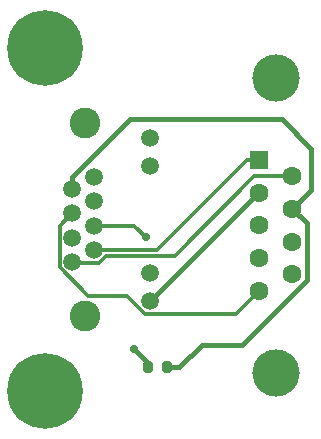
<source format=gtl>
G04 #@! TF.GenerationSoftware,KiCad,Pcbnew,8.0.5*
G04 #@! TF.CreationDate,2024-09-25T12:16:08+03:00*
G04 #@! TF.ProjectId,ditron-dc11-encoder,64697472-6f6e-42d6-9463-31312d656e63,rev?*
G04 #@! TF.SameCoordinates,Original*
G04 #@! TF.FileFunction,Copper,L1,Top*
G04 #@! TF.FilePolarity,Positive*
%FSLAX46Y46*%
G04 Gerber Fmt 4.6, Leading zero omitted, Abs format (unit mm)*
G04 Created by KiCad (PCBNEW 8.0.5) date 2024-09-25 12:16:08*
%MOMM*%
%LPD*%
G01*
G04 APERTURE LIST*
G04 Aperture macros list*
%AMRoundRect*
0 Rectangle with rounded corners*
0 $1 Rounding radius*
0 $2 $3 $4 $5 $6 $7 $8 $9 X,Y pos of 4 corners*
0 Add a 4 corners polygon primitive as box body*
4,1,4,$2,$3,$4,$5,$6,$7,$8,$9,$2,$3,0*
0 Add four circle primitives for the rounded corners*
1,1,$1+$1,$2,$3*
1,1,$1+$1,$4,$5*
1,1,$1+$1,$6,$7*
1,1,$1+$1,$8,$9*
0 Add four rect primitives between the rounded corners*
20,1,$1+$1,$2,$3,$4,$5,0*
20,1,$1+$1,$4,$5,$6,$7,0*
20,1,$1+$1,$6,$7,$8,$9,0*
20,1,$1+$1,$8,$9,$2,$3,0*%
G04 Aperture macros list end*
G04 #@! TA.AperFunction,ComponentPad*
%ADD10C,4.000000*%
G04 #@! TD*
G04 #@! TA.AperFunction,ComponentPad*
%ADD11R,1.600000X1.600000*%
G04 #@! TD*
G04 #@! TA.AperFunction,ComponentPad*
%ADD12C,1.600000*%
G04 #@! TD*
G04 #@! TA.AperFunction,SMDPad,CuDef*
%ADD13RoundRect,0.200000X0.200000X0.275000X-0.200000X0.275000X-0.200000X-0.275000X0.200000X-0.275000X0*%
G04 #@! TD*
G04 #@! TA.AperFunction,ComponentPad*
%ADD14C,1.500000*%
G04 #@! TD*
G04 #@! TA.AperFunction,ComponentPad*
%ADD15C,2.600000*%
G04 #@! TD*
G04 #@! TA.AperFunction,ComponentPad*
%ADD16C,0.800000*%
G04 #@! TD*
G04 #@! TA.AperFunction,ComponentPad*
%ADD17C,6.400000*%
G04 #@! TD*
G04 #@! TA.AperFunction,ViaPad*
%ADD18C,0.700000*%
G04 #@! TD*
G04 #@! TA.AperFunction,Conductor*
%ADD19C,0.300000*%
G04 #@! TD*
G04 #@! TA.AperFunction,Conductor*
%ADD20C,0.400000*%
G04 #@! TD*
G04 APERTURE END LIST*
D10*
G04 #@! TO.P,J1,0,PAD*
G04 #@! TO.N,/SHIELD*
X170489669Y-106490000D03*
X170489669Y-81490000D03*
D11*
G04 #@! TO.P,J1,1,1*
G04 #@! TO.N,/A_N*
X169069669Y-88450000D03*
D12*
G04 #@! TO.P,J1,2,2*
G04 #@! TO.N,GND*
X169069669Y-91220000D03*
G04 #@! TO.P,J1,3,3*
G04 #@! TO.N,/B_N*
X169069669Y-93990000D03*
G04 #@! TO.P,J1,4,4*
G04 #@! TO.N,/SHIELD*
X169069669Y-96760000D03*
G04 #@! TO.P,J1,5,5*
G04 #@! TO.N,/Z_N*
X169069669Y-99530000D03*
G04 #@! TO.P,J1,6,6*
G04 #@! TO.N,/A_P*
X171909669Y-89835000D03*
G04 #@! TO.P,J1,7,7*
G04 #@! TO.N,+5V*
X171909669Y-92605000D03*
G04 #@! TO.P,J1,8,8*
G04 #@! TO.N,/B_P*
X171909669Y-95375000D03*
G04 #@! TO.P,J1,9,9*
G04 #@! TO.N,/Z_P*
X171909669Y-98145000D03*
G04 #@! TD*
D13*
G04 #@! TO.P,R1,1*
G04 #@! TO.N,+5V*
X161325000Y-106000000D03*
G04 #@! TO.P,R1,2*
G04 #@! TO.N,Net-(J2-Pad10)*
X159675000Y-106000000D03*
G04 #@! TD*
D14*
G04 #@! TO.P,J2,1*
G04 #@! TO.N,/A_P*
X153290000Y-97070000D03*
G04 #@! TO.P,J2,2*
G04 #@! TO.N,/A_N*
X155070000Y-96050000D03*
G04 #@! TO.P,J2,3*
G04 #@! TO.N,/B_P*
X153290000Y-95030000D03*
G04 #@! TO.P,J2,4*
G04 #@! TO.N,/Z_P*
X155070000Y-94010000D03*
G04 #@! TO.P,J2,5*
G04 #@! TO.N,/Z_N*
X153290000Y-92990000D03*
G04 #@! TO.P,J2,6*
G04 #@! TO.N,/B_N*
X155070000Y-91970000D03*
G04 #@! TO.P,J2,7*
G04 #@! TO.N,+5V*
X153290000Y-90950000D03*
G04 #@! TO.P,J2,8*
G04 #@! TO.N,GND*
X155070000Y-89930000D03*
G04 #@! TO.P,J2,9*
X159880000Y-100360000D03*
G04 #@! TO.P,J2,10*
G04 #@! TO.N,Net-(J2-Pad10)*
X159880000Y-98070000D03*
G04 #@! TO.P,J2,11*
G04 #@! TO.N,unconnected-(J2-Pad11)*
X159880000Y-88930000D03*
G04 #@! TO.P,J2,12*
G04 #@! TO.N,unconnected-(J2-Pad12)*
X159880000Y-86640000D03*
D15*
G04 #@! TO.P,J2,SH*
G04 #@! TO.N,/SHIELD*
X154310000Y-85370000D03*
X154310000Y-101630000D03*
G04 #@! TD*
D16*
G04 #@! TO.P,H2,1,1*
G04 #@! TO.N,unconnected-(H2-Pad1)_5*
X148600000Y-79000000D03*
G04 #@! TO.N,unconnected-(H2-Pad1)_3*
X149302944Y-77302944D03*
G04 #@! TO.N,unconnected-(H2-Pad1)_2*
X149302944Y-80697056D03*
G04 #@! TO.N,unconnected-(H2-Pad1)_8*
X151000000Y-76600000D03*
D17*
G04 #@! TO.N,unconnected-(H2-Pad1)_6*
X151000000Y-79000000D03*
D16*
G04 #@! TO.N,unconnected-(H2-Pad1)_1*
X151000000Y-81400000D03*
G04 #@! TO.N,unconnected-(H2-Pad1)_4*
X152697056Y-77302944D03*
G04 #@! TO.N,unconnected-(H2-Pad1)_7*
X152697056Y-80697056D03*
G04 #@! TO.N,unconnected-(H2-Pad1)*
X153400000Y-79000000D03*
G04 #@! TD*
G04 #@! TO.P,H1,1,1*
G04 #@! TO.N,unconnected-(H1-Pad1)_6*
X148600000Y-108000000D03*
G04 #@! TO.N,unconnected-(H1-Pad1)*
X149302944Y-106302944D03*
G04 #@! TO.N,unconnected-(H1-Pad1)_1*
X149302944Y-109697056D03*
G04 #@! TO.N,unconnected-(H1-Pad1)_8*
X151000000Y-105600000D03*
D17*
G04 #@! TO.N,unconnected-(H1-Pad1)_5*
X151000000Y-108000000D03*
D16*
G04 #@! TO.N,unconnected-(H1-Pad1)_2*
X151000000Y-110400000D03*
G04 #@! TO.N,unconnected-(H1-Pad1)_4*
X152697056Y-106302944D03*
G04 #@! TO.N,unconnected-(H1-Pad1)_7*
X152697056Y-109697056D03*
G04 #@! TO.N,unconnected-(H1-Pad1)_3*
X153400000Y-108000000D03*
G04 #@! TD*
D18*
G04 #@! TO.N,/Z_P*
X159500000Y-95000000D03*
G04 #@! TO.N,Net-(J2-Pad10)*
X158500000Y-104500000D03*
G04 #@! TD*
D19*
G04 #@! TO.N,/Z_P*
X155070000Y-94010000D02*
X158510000Y-94010000D01*
X158510000Y-94010000D02*
X159500000Y-95000000D01*
G04 #@! TO.N,/A_P*
X171909669Y-89835000D02*
X168665000Y-89835000D01*
X156125635Y-96550000D02*
X155525635Y-97150000D01*
X161950000Y-96550000D02*
X156125635Y-96550000D01*
X168665000Y-89835000D02*
X161950000Y-96550000D01*
X153370000Y-97150000D02*
X153290000Y-97070000D01*
X155525635Y-97150000D02*
X153370000Y-97150000D01*
D20*
G04 #@! TO.N,+5V*
X173109669Y-98642057D02*
X173109669Y-93805000D01*
X161325000Y-106000000D02*
X162325000Y-106000000D01*
X158179340Y-85000000D02*
X171000000Y-85000000D01*
X153290000Y-90950000D02*
X153290000Y-89889340D01*
X173109669Y-93805000D02*
X171909669Y-92605000D01*
X164235000Y-104090000D02*
X167661726Y-104090000D01*
X153290000Y-89889340D02*
X158179340Y-85000000D01*
X167661726Y-104090000D02*
X173109669Y-98642057D01*
X162325000Y-106000000D02*
X164235000Y-104090000D01*
X171000000Y-85000000D02*
X173500000Y-87500000D01*
X173500000Y-87500000D02*
X173500000Y-91014669D01*
X173500000Y-91014669D02*
X171909669Y-92605000D01*
D19*
G04 #@! TO.N,/A_N*
X160450000Y-96050000D02*
X155070000Y-96050000D01*
X168050000Y-88450000D02*
X160450000Y-96050000D01*
X169069669Y-88450000D02*
X168050000Y-88450000D01*
G04 #@! TO.N,/Z_N*
X157944365Y-99980000D02*
X159464365Y-101500000D01*
X152190000Y-94090000D02*
X152190000Y-97525635D01*
X167099669Y-101500000D02*
X169069669Y-99530000D01*
X152190000Y-97525635D02*
X154644365Y-99980000D01*
X154644365Y-99980000D02*
X157944365Y-99980000D01*
X153290000Y-92990000D02*
X152190000Y-94090000D01*
X159464365Y-101500000D02*
X167099669Y-101500000D01*
D20*
G04 #@! TO.N,GND*
X159880000Y-100360000D02*
X169020000Y-91220000D01*
X169020000Y-91220000D02*
X169069669Y-91220000D01*
G04 #@! TO.N,Net-(J2-Pad10)*
X158500000Y-104500000D02*
X159675000Y-105675000D01*
X159675000Y-105675000D02*
X159675000Y-106000000D01*
G04 #@! TD*
M02*

</source>
